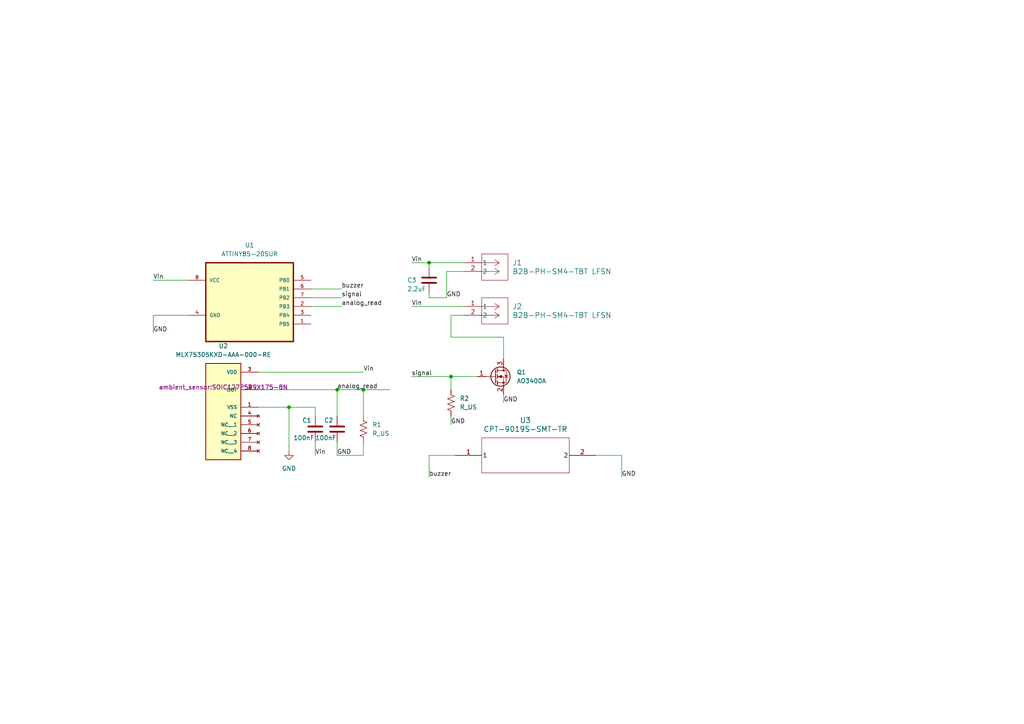
<source format=kicad_sch>
(kicad_sch (version 20230121) (generator eeschema)
  (paper "A4")
  (lib_symbols
    (symbol "ATTINY85-20SUR:ATTINY85-20SUR" (pin_names (offset 1.016))
      (property "Reference" "U" (at -5.9162 9.9453 0))
      (property "Value" "ATTINY85-20SUR" (at -3.4073 -19.9604 0))
      (symbol "ATTINY85-20SUR_0_0"
        (rectangle (start -12.7 -15.24) (end 12.7 7.62) (stroke (width 0.4064)) (fill (type background)))
        (pin bidirectional line (at 17.78 -10.16 180) (length 5.08) (name "PB5") (number "1"))
        (pin bidirectional line (at 17.78 -5.08 180) (length 5.08) (name "PB3") (number "2"))
        (pin bidirectional line (at 17.78 -7.62 180) (length 5.08) (name "PB4") (number "3"))
        (pin passive line (at -17.78 -7.62 0) (length 5.08) (name "GND") (number "4"))
        (pin bidirectional line (at 17.78 2.54 180) (length 5.08) (name "PB0") (number "5"))
        (pin bidirectional line (at 17.78 0 180) (length 5.08) (name "PB1") (number "6"))
        (pin bidirectional line (at 17.78 -2.54 180) (length 5.08) (name "PB2") (number "7"))
        (pin power_in line (at -17.78 2.54 0) (length 5.08) (name "VCC") (number "8"))
      )
    )
    (symbol "Device:C" (pin_numbers hide) (pin_names (offset 0.254))
      (property "Reference" "C" (at 0.635 2.54 0))
      (property "Value" "C" (at 0.635 -2.54 0))
      (symbol "C_0_1"
        (polyline (pts (xy -2.032 -0.762) (xy 2.032 -0.762)) (stroke (width 0.508)))
        (polyline (pts (xy -2.032 0.762) (xy 2.032 0.762)) (stroke (width 0.508)))
      )
      (symbol "C_1_1"
        (pin passive line (at 0 3.81 270) (length 2.794) (name "~") (number "1"))
        (pin passive line (at 0 -3.81 90) (length 2.794) (name "~") (number "2"))
      )
    )
    (symbol "Device:R_US" (pin_numbers hide) (pin_names (offset 0))
      (property "Reference" "R" (at 2.54 0 90))
      (property "Value" "R_US" (at -2.54 0 90))
      (symbol "R_US_0_1"
        (polyline (pts (xy 0 -2.286) (xy 0 -2.54)))
        (polyline (pts (xy 0 2.286) (xy 0 2.54)))
        (polyline (pts (xy 0 -0.762) (xy 1.016 -1.143) (xy 0 -1.524) (xy -1.016 -1.905) (xy 0 -2.286)))
        (polyline (pts (xy 0 0.762) (xy 1.016 0.381) (xy 0 0) (xy -1.016 -0.381) (xy 0 -0.762)))
        (polyline (pts (xy 0 2.286) (xy 1.016 1.905) (xy 0 1.524) (xy -1.016 1.143) (xy 0 0.762)))
      )
      (symbol "R_US_1_1"
        (pin passive line (at 0 3.81 270) (length 1.27) (name "~") (number "1"))
        (pin passive line (at 0 -3.81 90) (length 1.27) (name "~") (number "2"))
      )
    )
    (symbol "Transistor_FET:AO3400A" (pin_names hide)
      (property "Reference" "Q" (at 5.08 1.905 0))
      (property "Value" "AO3400A" (at 5.08 0 0))
      (symbol "AO3400A_0_1"
        (polyline (pts (xy 0.254 0) (xy -2.54 0)))
        (polyline (pts (xy 0.254 1.905) (xy 0.254 -1.905)) (stroke (width 0.254)))
        (polyline (pts (xy 0.762 -1.27) (xy 0.762 -2.286)) (stroke (width 0.254)))
        (polyline (pts (xy 0.762 0.508) (xy 0.762 -0.508)) (stroke (width 0.254)))
        (polyline (pts (xy 0.762 2.286) (xy 0.762 1.27)) (stroke (width 0.254)))
        (polyline (pts (xy 2.54 2.54) (xy 2.54 1.778)))
        (polyline (pts (xy 2.54 -2.54) (xy 2.54 0) (xy 0.762 0)))
        (polyline (pts (xy 0.762 -1.778) (xy 3.302 -1.778) (xy 3.302 1.778) (xy 0.762 1.778)))
        (polyline (pts (xy 1.016 0) (xy 2.032 0.381) (xy 2.032 -0.381) (xy 1.016 0)) (fill (type outline)))
        (polyline (pts (xy 2.794 0.508) (xy 2.921 0.381) (xy 3.683 0.381) (xy 3.81 0.254)))
        (polyline (pts (xy 3.302 0.381) (xy 2.921 -0.254) (xy 3.683 -0.254) (xy 3.302 0.381)))
        (circle (center 1.651 0) (radius 2.794) (stroke (width 0.254)))
        (circle (center 2.54 -1.778) (radius 0.254) (fill (type outline)))
        (circle (center 2.54 1.778) (radius 0.254) (fill (type outline)))
      )
      (symbol "AO3400A_1_1"
        (pin input line (at -5.08 0 0) (length 2.54) (name "G") (number "1"))
        (pin passive line (at 2.54 -5.08 90) (length 2.54) (name "S") (number "2"))
        (pin passive line (at 2.54 5.08 270) (length 2.54) (name "D") (number "3"))
      )
    )
    (symbol "ambient_sensor:MLX75305KXD-AAA-000-RE" (pin_names (offset 1.016))
      (property "Reference" "U" (at -5.08 8.128 0))
      (property "Value" "MLX75305KXD-AAA-000-RE" (at -5.08 -22.86 0))
      (symbol "MLX75305KXD-AAA-000-RE_0_0"
        (rectangle (start -5.08 -20.32) (end 5.08 7.62) (stroke (width 0.254)) (fill (type background)))
        (pin power_in line (at 10.16 -5.08 180) (length 5.08) (name "VSS") (number "1"))
        (pin output line (at 10.16 0 180) (length 5.08) (name "OUT") (number "2"))
        (pin power_in line (at 10.16 5.08 180) (length 5.08) (name "VDD") (number "3"))
        (pin no_connect line (at 10.16 -7.62 180) (length 5.08) (name "NC") (number "4"))
        (pin no_connect line (at 10.16 -10.16 180) (length 5.08) (name "NC__1") (number "5"))
        (pin no_connect line (at 10.16 -12.7 180) (length 5.08) (name "NC__2") (number "6"))
        (pin no_connect line (at 10.16 -15.24 180) (length 5.08) (name "NC__3") (number "7"))
        (pin no_connect line (at 10.16 -17.78 180) (length 5.08) (name "NC__4") (number "8"))
      )
    )
    (symbol "buzzer_3v_9x9mm:CPT-9019S-SMT-TR" (pin_names (offset 0.254))
      (property "Reference" "U" (at 20.32 10.16 0))
      (property "Value" "CPT-9019S-SMT-TR" (at 20.32 7.62 0))
      (symbol "CPT-9019S-SMT-TR_0_1"
        (polyline (pts (xy 7.62 -5.08) (xy 33.02 -5.08)) (stroke (width 0.127)))
        (polyline (pts (xy 7.62 5.08) (xy 7.62 -5.08)) (stroke (width 0.127)))
        (polyline (pts (xy 33.02 -5.08) (xy 33.02 5.08)) (stroke (width 0.127)))
        (polyline (pts (xy 33.02 5.08) (xy 7.62 5.08)) (stroke (width 0.127)))
        (pin unspecified line (at 0 0 0) (length 7.62) (name "1") (number "1"))
        (pin unspecified line (at 40.64 0 180) (length 7.62) (name "2") (number "2"))
      )
    )
    (symbol "jst_ph:B2B-PH-SM4-TBT_LFSN" (pin_names (offset 0.254))
      (property "Reference" "J" (at 8.89 6.35 0))
      (property "Value" "B2B-PH-SM4-TBT LFSN" (at 0 0 0))
      (symbol "B2B-PH-SM4-TBT_LFSN_1_1"
        (polyline (pts (xy 5.08 -5.08) (xy 12.7 -5.08)) (stroke (width 0.127)))
        (polyline (pts (xy 5.08 2.54) (xy 5.08 -5.08)) (stroke (width 0.127)))
        (polyline (pts (xy 10.16 -2.54) (xy 5.08 -2.54)) (stroke (width 0.127)))
        (polyline (pts (xy 10.16 -2.54) (xy 8.89 -3.3867)) (stroke (width 0.127)))
        (polyline (pts (xy 10.16 -2.54) (xy 8.89 -1.6933)) (stroke (width 0.127)))
        (polyline (pts (xy 10.16 0) (xy 5.08 0)) (stroke (width 0.127)))
        (polyline (pts (xy 10.16 0) (xy 8.89 -0.8467)) (stroke (width 0.127)))
        (polyline (pts (xy 10.16 0) (xy 8.89 0.8467)) (stroke (width 0.127)))
        (polyline (pts (xy 12.7 -5.08) (xy 12.7 2.54)) (stroke (width 0.127)))
        (polyline (pts (xy 12.7 2.54) (xy 5.08 2.54)) (stroke (width 0.127)))
        (pin unspecified line (at 0 0 0) (length 5.08) (name "1") (number "1"))
        (pin unspecified line (at 0 -2.54 0) (length 5.08) (name "2") (number "2"))
      )
      (symbol "B2B-PH-SM4-TBT_LFSN_1_2"
        (polyline (pts (xy 5.08 -5.08) (xy 12.7 -5.08)) (stroke (width 0.127)))
        (polyline (pts (xy 5.08 2.54) (xy 5.08 -5.08)) (stroke (width 0.127)))
        (polyline (pts (xy 7.62 -2.54) (xy 5.08 -2.54)) (stroke (width 0.127)))
        (polyline (pts (xy 7.62 -2.54) (xy 8.89 -3.3867)) (stroke (width 0.127)))
        (polyline (pts (xy 7.62 -2.54) (xy 8.89 -1.6933)) (stroke (width 0.127)))
        (polyline (pts (xy 7.62 0) (xy 5.08 0)) (stroke (width 0.127)))
        (polyline (pts (xy 7.62 0) (xy 8.89 -0.8467)) (stroke (width 0.127)))
        (polyline (pts (xy 7.62 0) (xy 8.89 0.8467)) (stroke (width 0.127)))
        (polyline (pts (xy 12.7 -5.08) (xy 12.7 2.54)) (stroke (width 0.127)))
        (polyline (pts (xy 12.7 2.54) (xy 5.08 2.54)) (stroke (width 0.127)))
        (pin unspecified line (at 0 0 0) (length 5.08) (name "1") (number "1"))
        (pin unspecified line (at 0 -2.54 0) (length 5.08) (name "2") (number "2"))
      )
    )
    (symbol "power:GND" (power) (pin_names (offset 0))
      (property "Value" "GND" (at 0 -3.81 0))
      (symbol "GND_0_1"
        (polyline (pts (xy 0 0) (xy 0 -1.27) (xy 1.27 -1.27) (xy 0 -2.54) (xy -1.27 -1.27) (xy 0 -1.27)))
      )
      (symbol "GND_1_1"
        (pin power_in line (at 0 0 270) (length 0) hide (name "GND") (number "1"))
      )
    )
  )
  (junction (at 130.81 109.22))
  (junction (at 83.82 118.11))
  (junction (at 97.79 113.03))
  (junction (at 105.41 113.03))
  (junction (at 124.46 76.2))
  (wire (pts (xy 105.41 113.03) (xy 113.03 113.03)))
  (wire (pts (xy 124.46 85.09) (xy 124.46 86.36)))
  (wire (pts (xy 97.79 132.08) (xy 105.41 132.08)))
  (wire (pts (xy 129.54 78.74) (xy 134.62 78.74)))
  (wire (pts (xy 74.93 113.03) (xy 97.79 113.03)))
  (wire (pts (xy 44.45 81.28) (xy 54.61 81.28)))
  (wire (pts (xy 124.46 76.2) (xy 134.62 76.2)))
  (wire (pts (xy 134.62 91.44) (xy 130.81 91.44)))
  (wire (pts (xy 124.46 76.2) (xy 124.46 77.47)))
  (wire (pts (xy 119.38 109.22) (xy 130.81 109.22)))
  (wire (pts (xy 124.46 132.08) (xy 124.46 138.43)))
  (wire (pts (xy 124.46 86.36) (xy 129.54 86.36)))
  (wire (pts (xy 90.17 83.82) (xy 99.06 83.82)))
  (wire (pts (xy 105.41 128.27) (xy 105.41 132.08)))
  (wire (pts (xy 180.34 132.08) (xy 180.34 138.43)))
  (wire (pts (xy 130.81 91.44) (xy 130.81 97.79)))
  (wire (pts (xy 97.79 113.03) (xy 105.41 113.03)))
  (wire (pts (xy 74.93 107.95) (xy 105.41 107.95)))
  (wire (pts (xy 54.61 91.44) (xy 44.45 91.44)))
  (wire (pts (xy 91.44 128.27) (xy 91.44 132.08)))
  (wire (pts (xy 90.17 88.9) (xy 99.06 88.9)))
  (wire (pts (xy 97.79 113.03) (xy 97.79 120.65)))
  (wire (pts (xy 90.17 86.36) (xy 99.06 86.36)))
  (wire (pts (xy 130.81 97.79) (xy 146.05 97.79)))
  (wire (pts (xy 105.41 113.03) (xy 105.41 120.65)))
  (wire (pts (xy 130.81 120.65) (xy 130.81 123.19)))
  (wire (pts (xy 146.05 97.79) (xy 146.05 104.14)))
  (wire (pts (xy 119.38 88.9) (xy 134.62 88.9)))
  (wire (pts (xy 83.82 118.11) (xy 83.82 130.81)))
  (wire (pts (xy 129.54 78.74) (xy 129.54 86.36)))
  (wire (pts (xy 44.45 91.44) (xy 44.45 96.52)))
  (wire (pts (xy 132.08 132.08) (xy 124.46 132.08)))
  (wire (pts (xy 119.38 76.2) (xy 124.46 76.2)))
  (wire (pts (xy 97.79 128.27) (xy 97.79 132.08)))
  (wire (pts (xy 146.05 114.3) (xy 146.05 116.84)))
  (wire (pts (xy 83.82 118.11) (xy 91.44 118.11)))
  (wire (pts (xy 91.44 118.11) (xy 91.44 120.65)))
  (wire (pts (xy 74.93 118.11) (xy 83.82 118.11)))
  (wire (pts (xy 172.72 132.08) (xy 180.34 132.08)))
  (wire (pts (xy 130.81 109.22) (xy 138.43 109.22)))
  (wire (pts (xy 130.81 109.22) (xy 130.81 113.03)))
  (label "GND" (at 129.54 86.36 0))
  (label "analog_read" (at 97.79 113.03 0))
  (label "GND" (at 146.05 116.84 0))
  (label "GND" (at 44.45 96.52 0))
  (label "GND" (at 180.34 138.43 0))
  (label "GND" (at 130.81 123.19 0))
  (label "signal" (at 99.06 86.36 0))
  (label "Vin" (at 44.45 81.28 0))
  (label "Vin" (at 105.41 107.95 0))
  (label "Vin" (at 91.44 132.08 0))
  (label "Vin" (at 119.38 76.2 0))
  (label "signal" (at 119.38 109.22 0))
  (label "buzzer" (at 124.46 138.43 0))
  (label "analog_read" (at 99.06 88.9 0))
  (label "GND" (at 97.79 132.08 0))
  (label "Vin" (at 119.38 88.9 0))
  (label "buzzer" (at 99.06 83.82 0))
  (symbol (lib_id "buzzer_3v_9x9mm:CPT-9019S-SMT-TR") (at 132.08 132.08 0) (unit 1)
    (property "Reference" "U3" (at 152.4 121.92 0) (effects (font (size 1.524 1.524))))
    (property "Value" "CPT-9019S-SMT-TR" (at 152.4 124.46 0) (effects (font (size 1.524 1.524))))
    (property "Footprint" "buzzer_3v_9x9mm:SM_CPT_9X9_CUD" (effects hide))
    (property "Datasheet" "CPT-9019S-SMT-TR" (effects hide))
  )
  (symbol (lib_id "ambient_sensor:MLX75305KXD-AAA-000-RE") (at 64.77 113.03 0) (unit 1)
    (property "Reference" "U2" (at 64.77 100.33 0))
    (property "Value" "MLX75305KXD-AAA-000-RE" (at 64.77 102.87 0))
    (property "Footprint" "ambient_sensor:SOIC127P599X175-8N" (at 64.77 113.03 0) (effects (justify bottom)))
    (property "PARTREV" "REVISION 9 - OCTOBER 17, 2016" (effects hide))
    (property "STANDARD" "IPC 7351B" (effects hide))
    (property "MAXIMUM_PACKAGE_HEIGHT" "1.55mm" (effects hide))
    (property "MANUFACTURER" "Melexis Technologies NV" (effects hide))
  )
  (symbol (lib_id "Device:C") (at 91.44 124.46 0) (unit 1)
    (property "Reference" "C1" (at 87.63 121.92 0) (effects (justify left)))
    (property "Value" "100nF" (at 85.09 127 0) (effects (justify left)))
    (property "Footprint" "Capacitor_SMD:C_0805_2012Metric" (effects hide))
  )
  (symbol (lib_id "ATTINY85-20SUR:ATTINY85-20SUR") (at 72.39 83.82 0) (unit 1)
    (property "Reference" "U1" (at 72.39 71.12 0))
    (property "Value" "ATTINY85-20SUR" (at 72.39 73.66 0))
    (property "Footprint" "attiny85:ATTINY85-20SUR" (effects hide))
    (property "MPN" "ATTINY85-20SUR" (effects hide))
    (property "OC_FARNELL" "1455164" (effects hide))
    (property "OC_NEWARK" "58M3797" (effects hide))
    (property "SUPPLIER" "Atmel" (effects hide))
    (property "PACKAGE" "SOIC-8" (effects hide))
  )
  (symbol (lib_id "Transistor_FET:AO3400A") (at 143.51 109.22 0) (unit 1)
    (property "Reference" "Q1" (at 149.86 107.95 0) (effects (justify left)))
    (property "Value" "AO3400A" (at 149.86 110.49 0) (effects (justify left)))
    (property "Footprint" "Package_TO_SOT_SMD:SOT-23" (effects hide))
    (property "Datasheet" "http://www.aosmd.com/pdfs/datasheet/AO3400A.pdf" (effects hide))
  )
  (symbol (lib_id "Device:C") (at 124.46 81.28 0) (unit 1)
    (property "Reference" "C3" (at 118.11 81.28 0) (effects (justify left)))
    (property "Value" "2.2uF" (at 118.11 83.82 0) (effects (justify left)))
    (property "Footprint" "Capacitor_SMD:C_0805_2012Metric" (effects hide))
  )
  (symbol (lib_id "jst_ph:B2B-PH-SM4-TBT_LFSN") (at 134.62 88.9 0) (unit 1)
    (property "Reference" "J2" (at 148.59 88.9 0) (effects (font (size 1.524 1.524)) (justify left)))
    (property "Value" "B2B-PH-SM4-TBT LFSN" (at 148.59 91.44 0) (effects (font (size 1.524 1.524)) (justify left)))
    (property "Footprint" "CONN2_B2B-PH-SM4_JST" (effects hide))
    (property "Datasheet" "B2B-PH-SM4-TBT LFSN" (effects hide))
  )
  (symbol (lib_id "Device:R_US") (at 130.81 116.84 0) (unit 1)
    (property "Reference" "R2" (at 133.35 115.57 0) (effects (justify left)))
    (property "Value" "R_US" (at 133.35 118.11 0) (effects (justify left)))
    (property "Footprint" "Resistor_SMD:R_0805_2012Metric" (effects hide))
  )
  (symbol (lib_id "jst_ph:B2B-PH-SM4-TBT_LFSN") (at 134.62 76.2 0) (unit 1)
    (property "Reference" "J1" (at 148.59 76.2 0) (effects (font (size 1.524 1.524)) (justify left)))
    (property "Value" "B2B-PH-SM4-TBT LFSN" (at 148.59 78.74 0) (effects (font (size 1.524 1.524)) (justify left)))
    (property "Footprint" "CONN2_B2B-PH-SM4_JST" (effects hide))
    (property "Datasheet" "B2B-PH-SM4-TBT LFSN" (effects hide))
  )
  (symbol (lib_id "power:GND") (at 83.82 130.81 0) (unit 1)
    (property "Reference" "#PWR01" (effects hide))
    (property "Value" "GND" (at 83.82 135.89 0))
  )
  (symbol (lib_id "Device:R_US") (at 105.41 124.46 0) (unit 1)
    (property "Reference" "R1" (at 107.95 123.19 0) (effects (justify left)))
    (property "Value" "R_US" (at 107.95 125.73 0) (effects (justify left)))
    (property "Footprint" "Resistor_SMD:R_0805_2012Metric" (effects hide))
  )
  (symbol (lib_id "Device:C") (at 97.79 124.46 0) (unit 1)
    (property "Reference" "C2" (at 93.98 121.92 0) (effects (justify left)))
    (property "Value" "100nF" (at 91.44 127 0) (effects (justify left)))
    (property "Footprint" "Capacitor_SMD:C_0805_2012Metric" (effects hide))
  )
)
</source>
